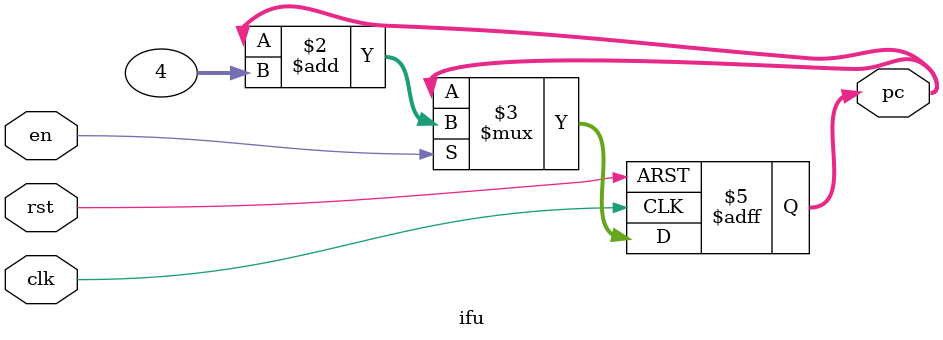
<source format=v>
module ifu(
  input clk,
  input rst,
  input en,
  output reg [31:0]pc
);
  
  always@(posedge clk or posedge rst)
    begin
      if (rst)
          pc<=4'b0000;
      else if(en)
      begin
        pc<=pc+4;
      end
    end
endmodule

</source>
